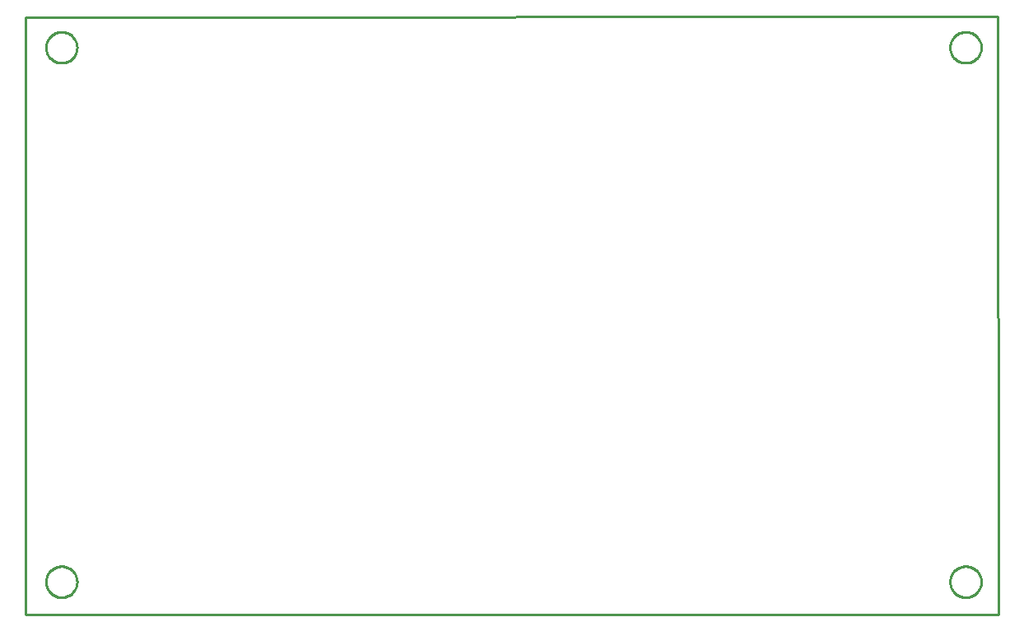
<source format=gbr>
G04 EAGLE Gerber RS-274X export*
G75*
%MOMM*%
%FSLAX34Y34*%
%LPD*%
%IN*%
%IPPOS*%
%AMOC8*
5,1,8,0,0,1.08239X$1,22.5*%
G01*
%ADD10C,0.254000*%


D10*
X379730Y194310D02*
X1380290Y194310D01*
X1379800Y810190D01*
X379730Y809180D01*
X379730Y194310D01*
X1330600Y227676D02*
X1330669Y226631D01*
X1330805Y225592D01*
X1331010Y224565D01*
X1331281Y223553D01*
X1331617Y222561D01*
X1332018Y221593D01*
X1332482Y220654D01*
X1333006Y219746D01*
X1333588Y218875D01*
X1334225Y218044D01*
X1334916Y217257D01*
X1335657Y216516D01*
X1336444Y215825D01*
X1337275Y215188D01*
X1338146Y214606D01*
X1339054Y214082D01*
X1339993Y213618D01*
X1340961Y213217D01*
X1341953Y212881D01*
X1342965Y212610D01*
X1343992Y212405D01*
X1345031Y212269D01*
X1346076Y212200D01*
X1347124Y212200D01*
X1348169Y212269D01*
X1349208Y212405D01*
X1350235Y212610D01*
X1351247Y212881D01*
X1352239Y213217D01*
X1353207Y213618D01*
X1354146Y214082D01*
X1355054Y214606D01*
X1355925Y215188D01*
X1356756Y215825D01*
X1357543Y216516D01*
X1358284Y217257D01*
X1358975Y218044D01*
X1359613Y218875D01*
X1360195Y219746D01*
X1360718Y220654D01*
X1361182Y221593D01*
X1361583Y222561D01*
X1361919Y223553D01*
X1362190Y224565D01*
X1362395Y225592D01*
X1362532Y226631D01*
X1362600Y227676D01*
X1362600Y228724D01*
X1362532Y229769D01*
X1362395Y230808D01*
X1362190Y231835D01*
X1361919Y232847D01*
X1361583Y233839D01*
X1361182Y234807D01*
X1360718Y235746D01*
X1360195Y236654D01*
X1359613Y237525D01*
X1358975Y238356D01*
X1358284Y239143D01*
X1357543Y239884D01*
X1356756Y240575D01*
X1355925Y241213D01*
X1355054Y241795D01*
X1354146Y242318D01*
X1353207Y242782D01*
X1352239Y243183D01*
X1351247Y243519D01*
X1350235Y243790D01*
X1349208Y243995D01*
X1348169Y244132D01*
X1347124Y244200D01*
X1346076Y244200D01*
X1345031Y244132D01*
X1343992Y243995D01*
X1342965Y243790D01*
X1341953Y243519D01*
X1340961Y243183D01*
X1339993Y242782D01*
X1339054Y242318D01*
X1338146Y241795D01*
X1337275Y241213D01*
X1336444Y240575D01*
X1335657Y239884D01*
X1334916Y239143D01*
X1334225Y238356D01*
X1333588Y237525D01*
X1333006Y236654D01*
X1332482Y235746D01*
X1332018Y234807D01*
X1331617Y233839D01*
X1331281Y232847D01*
X1331010Y231835D01*
X1330805Y230808D01*
X1330669Y229769D01*
X1330600Y228724D01*
X1330600Y227676D01*
X1330600Y777676D02*
X1330669Y776631D01*
X1330805Y775592D01*
X1331010Y774565D01*
X1331281Y773553D01*
X1331617Y772561D01*
X1332018Y771593D01*
X1332482Y770654D01*
X1333006Y769746D01*
X1333588Y768875D01*
X1334225Y768044D01*
X1334916Y767257D01*
X1335657Y766516D01*
X1336444Y765825D01*
X1337275Y765188D01*
X1338146Y764606D01*
X1339054Y764082D01*
X1339993Y763618D01*
X1340961Y763217D01*
X1341953Y762881D01*
X1342965Y762610D01*
X1343992Y762405D01*
X1345031Y762269D01*
X1346076Y762200D01*
X1347124Y762200D01*
X1348169Y762269D01*
X1349208Y762405D01*
X1350235Y762610D01*
X1351247Y762881D01*
X1352239Y763217D01*
X1353207Y763618D01*
X1354146Y764082D01*
X1355054Y764606D01*
X1355925Y765188D01*
X1356756Y765825D01*
X1357543Y766516D01*
X1358284Y767257D01*
X1358975Y768044D01*
X1359613Y768875D01*
X1360195Y769746D01*
X1360718Y770654D01*
X1361182Y771593D01*
X1361583Y772561D01*
X1361919Y773553D01*
X1362190Y774565D01*
X1362395Y775592D01*
X1362532Y776631D01*
X1362600Y777676D01*
X1362600Y778724D01*
X1362532Y779769D01*
X1362395Y780808D01*
X1362190Y781835D01*
X1361919Y782847D01*
X1361583Y783839D01*
X1361182Y784807D01*
X1360718Y785746D01*
X1360195Y786654D01*
X1359613Y787525D01*
X1358975Y788356D01*
X1358284Y789143D01*
X1357543Y789884D01*
X1356756Y790575D01*
X1355925Y791213D01*
X1355054Y791795D01*
X1354146Y792318D01*
X1353207Y792782D01*
X1352239Y793183D01*
X1351247Y793519D01*
X1350235Y793790D01*
X1349208Y793995D01*
X1348169Y794132D01*
X1347124Y794200D01*
X1346076Y794200D01*
X1345031Y794132D01*
X1343992Y793995D01*
X1342965Y793790D01*
X1341953Y793519D01*
X1340961Y793183D01*
X1339993Y792782D01*
X1339054Y792318D01*
X1338146Y791795D01*
X1337275Y791213D01*
X1336444Y790575D01*
X1335657Y789884D01*
X1334916Y789143D01*
X1334225Y788356D01*
X1333588Y787525D01*
X1333006Y786654D01*
X1332482Y785746D01*
X1332018Y784807D01*
X1331617Y783839D01*
X1331281Y782847D01*
X1331010Y781835D01*
X1330805Y780808D01*
X1330669Y779769D01*
X1330600Y778724D01*
X1330600Y777676D01*
X400600Y777676D02*
X400669Y776631D01*
X400805Y775592D01*
X401010Y774565D01*
X401281Y773553D01*
X401617Y772561D01*
X402018Y771593D01*
X402482Y770654D01*
X403006Y769746D01*
X403588Y768875D01*
X404225Y768044D01*
X404916Y767257D01*
X405657Y766516D01*
X406444Y765825D01*
X407275Y765188D01*
X408146Y764606D01*
X409054Y764082D01*
X409993Y763618D01*
X410961Y763217D01*
X411953Y762881D01*
X412965Y762610D01*
X413992Y762405D01*
X415031Y762269D01*
X416076Y762200D01*
X417124Y762200D01*
X418169Y762269D01*
X419208Y762405D01*
X420235Y762610D01*
X421247Y762881D01*
X422239Y763217D01*
X423207Y763618D01*
X424146Y764082D01*
X425054Y764606D01*
X425925Y765188D01*
X426756Y765825D01*
X427543Y766516D01*
X428284Y767257D01*
X428975Y768044D01*
X429613Y768875D01*
X430195Y769746D01*
X430718Y770654D01*
X431182Y771593D01*
X431583Y772561D01*
X431919Y773553D01*
X432190Y774565D01*
X432395Y775592D01*
X432532Y776631D01*
X432600Y777676D01*
X432600Y778724D01*
X432532Y779769D01*
X432395Y780808D01*
X432190Y781835D01*
X431919Y782847D01*
X431583Y783839D01*
X431182Y784807D01*
X430718Y785746D01*
X430195Y786654D01*
X429613Y787525D01*
X428975Y788356D01*
X428284Y789143D01*
X427543Y789884D01*
X426756Y790575D01*
X425925Y791213D01*
X425054Y791795D01*
X424146Y792318D01*
X423207Y792782D01*
X422239Y793183D01*
X421247Y793519D01*
X420235Y793790D01*
X419208Y793995D01*
X418169Y794132D01*
X417124Y794200D01*
X416076Y794200D01*
X415031Y794132D01*
X413992Y793995D01*
X412965Y793790D01*
X411953Y793519D01*
X410961Y793183D01*
X409993Y792782D01*
X409054Y792318D01*
X408146Y791795D01*
X407275Y791213D01*
X406444Y790575D01*
X405657Y789884D01*
X404916Y789143D01*
X404225Y788356D01*
X403588Y787525D01*
X403006Y786654D01*
X402482Y785746D01*
X402018Y784807D01*
X401617Y783839D01*
X401281Y782847D01*
X401010Y781835D01*
X400805Y780808D01*
X400669Y779769D01*
X400600Y778724D01*
X400600Y777676D01*
X400600Y227676D02*
X400669Y226631D01*
X400805Y225592D01*
X401010Y224565D01*
X401281Y223553D01*
X401617Y222561D01*
X402018Y221593D01*
X402482Y220654D01*
X403006Y219746D01*
X403588Y218875D01*
X404225Y218044D01*
X404916Y217257D01*
X405657Y216516D01*
X406444Y215825D01*
X407275Y215188D01*
X408146Y214606D01*
X409054Y214082D01*
X409993Y213618D01*
X410961Y213217D01*
X411953Y212881D01*
X412965Y212610D01*
X413992Y212405D01*
X415031Y212269D01*
X416076Y212200D01*
X417124Y212200D01*
X418169Y212269D01*
X419208Y212405D01*
X420235Y212610D01*
X421247Y212881D01*
X422239Y213217D01*
X423207Y213618D01*
X424146Y214082D01*
X425054Y214606D01*
X425925Y215188D01*
X426756Y215825D01*
X427543Y216516D01*
X428284Y217257D01*
X428975Y218044D01*
X429613Y218875D01*
X430195Y219746D01*
X430718Y220654D01*
X431182Y221593D01*
X431583Y222561D01*
X431919Y223553D01*
X432190Y224565D01*
X432395Y225592D01*
X432532Y226631D01*
X432600Y227676D01*
X432600Y228724D01*
X432532Y229769D01*
X432395Y230808D01*
X432190Y231835D01*
X431919Y232847D01*
X431583Y233839D01*
X431182Y234807D01*
X430718Y235746D01*
X430195Y236654D01*
X429613Y237525D01*
X428975Y238356D01*
X428284Y239143D01*
X427543Y239884D01*
X426756Y240575D01*
X425925Y241213D01*
X425054Y241795D01*
X424146Y242318D01*
X423207Y242782D01*
X422239Y243183D01*
X421247Y243519D01*
X420235Y243790D01*
X419208Y243995D01*
X418169Y244132D01*
X417124Y244200D01*
X416076Y244200D01*
X415031Y244132D01*
X413992Y243995D01*
X412965Y243790D01*
X411953Y243519D01*
X410961Y243183D01*
X409993Y242782D01*
X409054Y242318D01*
X408146Y241795D01*
X407275Y241213D01*
X406444Y240575D01*
X405657Y239884D01*
X404916Y239143D01*
X404225Y238356D01*
X403588Y237525D01*
X403006Y236654D01*
X402482Y235746D01*
X402018Y234807D01*
X401617Y233839D01*
X401281Y232847D01*
X401010Y231835D01*
X400805Y230808D01*
X400669Y229769D01*
X400600Y228724D01*
X400600Y227676D01*
M02*

</source>
